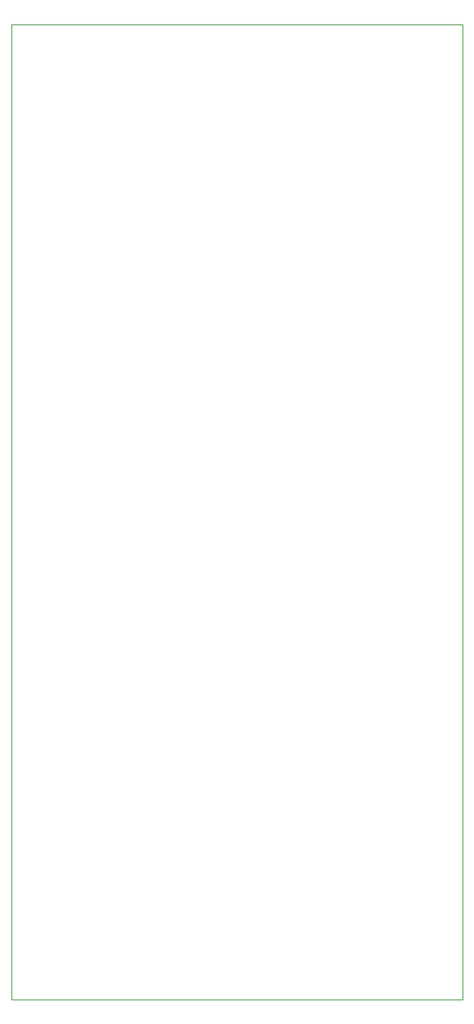
<source format=gbr>
G04 #@! TF.GenerationSoftware,KiCad,Pcbnew,(5.1.2)-2*
G04 #@! TF.CreationDate,2019-12-19T20:27:40-08:00*
G04 #@! TF.ProjectId,mainboard,6d61696e-626f-4617-9264-2e6b69636164,v3*
G04 #@! TF.SameCoordinates,Original*
G04 #@! TF.FileFunction,Profile,NP*
%FSLAX46Y46*%
G04 Gerber Fmt 4.6, Leading zero omitted, Abs format (unit mm)*
G04 Created by KiCad (PCBNEW (5.1.2)-2) date 2019-12-19 20:27:40*
%MOMM*%
%LPD*%
G04 APERTURE LIST*
%ADD10C,0.050000*%
G04 APERTURE END LIST*
D10*
X110236000Y-49784000D02*
X160236000Y-49784000D01*
X110236000Y-49784000D02*
X110236000Y-157784800D01*
X160236000Y-49784000D02*
X160236000Y-157784800D01*
X110236000Y-157784800D02*
X160236000Y-157784800D01*
M02*

</source>
